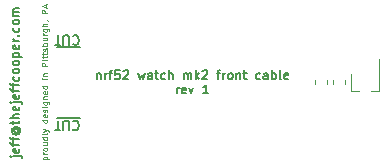
<source format=gbr>
%TF.GenerationSoftware,KiCad,Pcbnew,(5.99.0-2309-gaf729d578)*%
%TF.CreationDate,2020-08-02T15:34:59-04:00*%
%TF.ProjectId,flex,666c6578-2e6b-4696-9361-645f70636258,rev?*%
%TF.SameCoordinates,Original*%
%TF.FileFunction,Legend,Top*%
%TF.FilePolarity,Positive*%
%FSLAX46Y46*%
G04 Gerber Fmt 4.6, Leading zero omitted, Abs format (unit mm)*
G04 Created by KiCad (PCBNEW (5.99.0-2309-gaf729d578)) date 2020-08-02 15:34:59*
%MOMM*%
%LPD*%
G01*
G04 APERTURE LIST*
%ADD10C,0.125000*%
%ADD11C,0.187500*%
%ADD12C,0.150000*%
%ADD13C,0.120000*%
G04 APERTURE END LIST*
D10*
X-10107142Y-26523809D02*
X-9607142Y-26523809D01*
X-10083333Y-26523809D02*
X-10107142Y-26476190D01*
X-10107142Y-26380952D01*
X-10083333Y-26333333D01*
X-10059523Y-26309523D01*
X-10011904Y-26285714D01*
X-9869047Y-26285714D01*
X-9821428Y-26309523D01*
X-9797619Y-26333333D01*
X-9773809Y-26380952D01*
X-9773809Y-26476190D01*
X-9797619Y-26523809D01*
X-9773809Y-26071428D02*
X-10107142Y-26071428D01*
X-10011904Y-26071428D02*
X-10059523Y-26047619D01*
X-10083333Y-26023809D01*
X-10107142Y-25976190D01*
X-10107142Y-25928571D01*
X-9773809Y-25690476D02*
X-9797619Y-25738095D01*
X-9821428Y-25761904D01*
X-9869047Y-25785714D01*
X-10011904Y-25785714D01*
X-10059523Y-25761904D01*
X-10083333Y-25738095D01*
X-10107142Y-25690476D01*
X-10107142Y-25619047D01*
X-10083333Y-25571428D01*
X-10059523Y-25547619D01*
X-10011904Y-25523809D01*
X-9869047Y-25523809D01*
X-9821428Y-25547619D01*
X-9797619Y-25571428D01*
X-9773809Y-25619047D01*
X-9773809Y-25690476D01*
X-10107142Y-25095238D02*
X-9773809Y-25095238D01*
X-10107142Y-25309523D02*
X-9845238Y-25309523D01*
X-9797619Y-25285714D01*
X-9773809Y-25238095D01*
X-9773809Y-25166666D01*
X-9797619Y-25119047D01*
X-9821428Y-25095238D01*
X-9773809Y-24642857D02*
X-10273809Y-24642857D01*
X-9797619Y-24642857D02*
X-9773809Y-24690476D01*
X-9773809Y-24785714D01*
X-9797619Y-24833333D01*
X-9821428Y-24857142D01*
X-9869047Y-24880952D01*
X-10011904Y-24880952D01*
X-10059523Y-24857142D01*
X-10083333Y-24833333D01*
X-10107142Y-24785714D01*
X-10107142Y-24690476D01*
X-10083333Y-24642857D01*
X-9773809Y-24333333D02*
X-9797619Y-24380952D01*
X-9845238Y-24404761D01*
X-10273809Y-24404761D01*
X-10107142Y-24190476D02*
X-9773809Y-24071428D01*
X-10107142Y-23952380D02*
X-9773809Y-24071428D01*
X-9654761Y-24119047D01*
X-9630952Y-24142857D01*
X-9607142Y-24190476D01*
X-9773809Y-23166666D02*
X-10273809Y-23166666D01*
X-9797619Y-23166666D02*
X-9773809Y-23214285D01*
X-9773809Y-23309523D01*
X-9797619Y-23357142D01*
X-9821428Y-23380952D01*
X-9869047Y-23404761D01*
X-10011904Y-23404761D01*
X-10059523Y-23380952D01*
X-10083333Y-23357142D01*
X-10107142Y-23309523D01*
X-10107142Y-23214285D01*
X-10083333Y-23166666D01*
X-9797619Y-22738095D02*
X-9773809Y-22785714D01*
X-9773809Y-22880952D01*
X-9797619Y-22928571D01*
X-9845238Y-22952380D01*
X-10035714Y-22952380D01*
X-10083333Y-22928571D01*
X-10107142Y-22880952D01*
X-10107142Y-22785714D01*
X-10083333Y-22738095D01*
X-10035714Y-22714285D01*
X-9988095Y-22714285D01*
X-9940476Y-22952380D01*
X-9797619Y-22523809D02*
X-9773809Y-22476190D01*
X-9773809Y-22380952D01*
X-9797619Y-22333333D01*
X-9845238Y-22309523D01*
X-9869047Y-22309523D01*
X-9916666Y-22333333D01*
X-9940476Y-22380952D01*
X-9940476Y-22452380D01*
X-9964285Y-22500000D01*
X-10011904Y-22523809D01*
X-10035714Y-22523809D01*
X-10083333Y-22500000D01*
X-10107142Y-22452380D01*
X-10107142Y-22380952D01*
X-10083333Y-22333333D01*
X-9773809Y-22095238D02*
X-10107142Y-22095238D01*
X-10273809Y-22095238D02*
X-10250000Y-22119047D01*
X-10226190Y-22095238D01*
X-10250000Y-22071428D01*
X-10273809Y-22095238D01*
X-10226190Y-22095238D01*
X-10107142Y-21642857D02*
X-9702380Y-21642857D01*
X-9654761Y-21666666D01*
X-9630952Y-21690476D01*
X-9607142Y-21738095D01*
X-9607142Y-21809523D01*
X-9630952Y-21857142D01*
X-9797619Y-21642857D02*
X-9773809Y-21690476D01*
X-9773809Y-21785714D01*
X-9797619Y-21833333D01*
X-9821428Y-21857142D01*
X-9869047Y-21880952D01*
X-10011904Y-21880952D01*
X-10059523Y-21857142D01*
X-10083333Y-21833333D01*
X-10107142Y-21785714D01*
X-10107142Y-21690476D01*
X-10083333Y-21642857D01*
X-10107142Y-21404761D02*
X-9773809Y-21404761D01*
X-10059523Y-21404761D02*
X-10083333Y-21380952D01*
X-10107142Y-21333333D01*
X-10107142Y-21261904D01*
X-10083333Y-21214285D01*
X-10035714Y-21190476D01*
X-9773809Y-21190476D01*
X-9797619Y-20761904D02*
X-9773809Y-20809523D01*
X-9773809Y-20904761D01*
X-9797619Y-20952380D01*
X-9845238Y-20976190D01*
X-10035714Y-20976190D01*
X-10083333Y-20952380D01*
X-10107142Y-20904761D01*
X-10107142Y-20809523D01*
X-10083333Y-20761904D01*
X-10035714Y-20738095D01*
X-9988095Y-20738095D01*
X-9940476Y-20976190D01*
X-9773809Y-20309523D02*
X-10273809Y-20309523D01*
X-9797619Y-20309523D02*
X-9773809Y-20357142D01*
X-9773809Y-20452380D01*
X-9797619Y-20500000D01*
X-9821428Y-20523809D01*
X-9869047Y-20547619D01*
X-10011904Y-20547619D01*
X-10059523Y-20523809D01*
X-10083333Y-20500000D01*
X-10107142Y-20452380D01*
X-10107142Y-20357142D01*
X-10083333Y-20309523D01*
X-9773809Y-19690476D02*
X-10107142Y-19690476D01*
X-10273809Y-19690476D02*
X-10250000Y-19714285D01*
X-10226190Y-19690476D01*
X-10250000Y-19666666D01*
X-10273809Y-19690476D01*
X-10226190Y-19690476D01*
X-10107142Y-19452380D02*
X-9773809Y-19452380D01*
X-10059523Y-19452380D02*
X-10083333Y-19428571D01*
X-10107142Y-19380952D01*
X-10107142Y-19309523D01*
X-10083333Y-19261904D01*
X-10035714Y-19238095D01*
X-9773809Y-19238095D01*
X-9773809Y-18619047D02*
X-10273809Y-18619047D01*
X-10273809Y-18428571D01*
X-10250000Y-18380952D01*
X-10226190Y-18357142D01*
X-10178571Y-18333333D01*
X-10107142Y-18333333D01*
X-10059523Y-18357142D01*
X-10035714Y-18380952D01*
X-10011904Y-18428571D01*
X-10011904Y-18619047D01*
X-9773809Y-18119047D02*
X-10107142Y-18119047D01*
X-10273809Y-18119047D02*
X-10250000Y-18142857D01*
X-10226190Y-18119047D01*
X-10250000Y-18095238D01*
X-10273809Y-18119047D01*
X-10226190Y-18119047D01*
X-10107142Y-17952380D02*
X-10107142Y-17761904D01*
X-10273809Y-17880952D02*
X-9845238Y-17880952D01*
X-9797619Y-17857142D01*
X-9773809Y-17809523D01*
X-9773809Y-17761904D01*
X-10107142Y-17666666D02*
X-10107142Y-17476190D01*
X-10273809Y-17595238D02*
X-9845238Y-17595238D01*
X-9797619Y-17571428D01*
X-9773809Y-17523809D01*
X-9773809Y-17476190D01*
X-9797619Y-17333333D02*
X-9773809Y-17285714D01*
X-9773809Y-17190476D01*
X-9797619Y-17142857D01*
X-9845238Y-17119047D01*
X-9869047Y-17119047D01*
X-9916666Y-17142857D01*
X-9940476Y-17190476D01*
X-9940476Y-17261904D01*
X-9964285Y-17309523D01*
X-10011904Y-17333333D01*
X-10035714Y-17333333D01*
X-10083333Y-17309523D01*
X-10107142Y-17261904D01*
X-10107142Y-17190476D01*
X-10083333Y-17142857D01*
X-9773809Y-16904761D02*
X-10273809Y-16904761D01*
X-10083333Y-16904761D02*
X-10107142Y-16857142D01*
X-10107142Y-16761904D01*
X-10083333Y-16714285D01*
X-10059523Y-16690476D01*
X-10011904Y-16666666D01*
X-9869047Y-16666666D01*
X-9821428Y-16690476D01*
X-9797619Y-16714285D01*
X-9773809Y-16761904D01*
X-9773809Y-16857142D01*
X-9797619Y-16904761D01*
X-10107142Y-16238095D02*
X-9773809Y-16238095D01*
X-10107142Y-16452380D02*
X-9845238Y-16452380D01*
X-9797619Y-16428571D01*
X-9773809Y-16380952D01*
X-9773809Y-16309523D01*
X-9797619Y-16261904D01*
X-9821428Y-16238095D01*
X-9773809Y-16000000D02*
X-10107142Y-16000000D01*
X-10011904Y-16000000D02*
X-10059523Y-15976190D01*
X-10083333Y-15952380D01*
X-10107142Y-15904761D01*
X-10107142Y-15857142D01*
X-10107142Y-15476190D02*
X-9702380Y-15476190D01*
X-9654761Y-15500000D01*
X-9630952Y-15523809D01*
X-9607142Y-15571428D01*
X-9607142Y-15642857D01*
X-9630952Y-15690476D01*
X-9797619Y-15476190D02*
X-9773809Y-15523809D01*
X-9773809Y-15619047D01*
X-9797619Y-15666666D01*
X-9821428Y-15690476D01*
X-9869047Y-15714285D01*
X-10011904Y-15714285D01*
X-10059523Y-15690476D01*
X-10083333Y-15666666D01*
X-10107142Y-15619047D01*
X-10107142Y-15523809D01*
X-10083333Y-15476190D01*
X-9773809Y-15238095D02*
X-10273809Y-15238095D01*
X-9773809Y-15023809D02*
X-10035714Y-15023809D01*
X-10083333Y-15047619D01*
X-10107142Y-15095238D01*
X-10107142Y-15166666D01*
X-10083333Y-15214285D01*
X-10059523Y-15238095D01*
X-9797619Y-14761904D02*
X-9773809Y-14761904D01*
X-9726190Y-14785714D01*
X-9702380Y-14809523D01*
X-9773809Y-14166666D02*
X-10273809Y-14166666D01*
X-10273809Y-13976190D01*
X-10250000Y-13928571D01*
X-10226190Y-13904761D01*
X-10178571Y-13880952D01*
X-10107142Y-13880952D01*
X-10059523Y-13904761D01*
X-10035714Y-13928571D01*
X-10011904Y-13976190D01*
X-10011904Y-14166666D01*
X-9916666Y-13690476D02*
X-9916666Y-13452380D01*
X-9773809Y-13738095D02*
X-10273809Y-13571428D01*
X-9773809Y-13404761D01*
D11*
X-12660714Y-26267857D02*
X-12017857Y-26267857D01*
X-11946428Y-26303571D01*
X-11910714Y-26375000D01*
X-11910714Y-26410714D01*
X-12910714Y-26267857D02*
X-12875000Y-26303571D01*
X-12839285Y-26267857D01*
X-12875000Y-26232142D01*
X-12910714Y-26267857D01*
X-12839285Y-26267857D01*
X-12196428Y-25625000D02*
X-12160714Y-25696428D01*
X-12160714Y-25839285D01*
X-12196428Y-25910714D01*
X-12267857Y-25946428D01*
X-12553571Y-25946428D01*
X-12625000Y-25910714D01*
X-12660714Y-25839285D01*
X-12660714Y-25696428D01*
X-12625000Y-25625000D01*
X-12553571Y-25589285D01*
X-12482142Y-25589285D01*
X-12410714Y-25946428D01*
X-12660714Y-25375000D02*
X-12660714Y-25089285D01*
X-12160714Y-25267857D02*
X-12803571Y-25267857D01*
X-12875000Y-25232142D01*
X-12910714Y-25160714D01*
X-12910714Y-25089285D01*
X-12660714Y-24946428D02*
X-12660714Y-24660714D01*
X-12160714Y-24839285D02*
X-12803571Y-24839285D01*
X-12875000Y-24803571D01*
X-12910714Y-24732142D01*
X-12910714Y-24660714D01*
X-12517857Y-23946428D02*
X-12553571Y-23982142D01*
X-12589285Y-24053571D01*
X-12589285Y-24125000D01*
X-12553571Y-24196428D01*
X-12517857Y-24232142D01*
X-12446428Y-24267857D01*
X-12375000Y-24267857D01*
X-12303571Y-24232142D01*
X-12267857Y-24196428D01*
X-12232142Y-24125000D01*
X-12232142Y-24053571D01*
X-12267857Y-23982142D01*
X-12303571Y-23946428D01*
X-12589285Y-23946428D02*
X-12303571Y-23946428D01*
X-12267857Y-23910714D01*
X-12267857Y-23875000D01*
X-12303571Y-23803571D01*
X-12375000Y-23767857D01*
X-12553571Y-23767857D01*
X-12660714Y-23839285D01*
X-12732142Y-23946428D01*
X-12767857Y-24089285D01*
X-12732142Y-24232142D01*
X-12660714Y-24339285D01*
X-12553571Y-24410714D01*
X-12410714Y-24446428D01*
X-12267857Y-24410714D01*
X-12160714Y-24339285D01*
X-12089285Y-24232142D01*
X-12053571Y-24089285D01*
X-12089285Y-23946428D01*
X-12160714Y-23839285D01*
X-12660714Y-23553571D02*
X-12660714Y-23267857D01*
X-12910714Y-23446428D02*
X-12267857Y-23446428D01*
X-12196428Y-23410714D01*
X-12160714Y-23339285D01*
X-12160714Y-23267857D01*
X-12160714Y-23017857D02*
X-12910714Y-23017857D01*
X-12160714Y-22696428D02*
X-12553571Y-22696428D01*
X-12625000Y-22732142D01*
X-12660714Y-22803571D01*
X-12660714Y-22910714D01*
X-12625000Y-22982142D01*
X-12589285Y-23017857D01*
X-12196428Y-22053571D02*
X-12160714Y-22125000D01*
X-12160714Y-22267857D01*
X-12196428Y-22339285D01*
X-12267857Y-22375000D01*
X-12553571Y-22375000D01*
X-12625000Y-22339285D01*
X-12660714Y-22267857D01*
X-12660714Y-22125000D01*
X-12625000Y-22053571D01*
X-12553571Y-22017857D01*
X-12482142Y-22017857D01*
X-12410714Y-22375000D01*
X-12660714Y-21696428D02*
X-12017857Y-21696428D01*
X-11946428Y-21732142D01*
X-11910714Y-21803571D01*
X-11910714Y-21839285D01*
X-12910714Y-21696428D02*
X-12875000Y-21732142D01*
X-12839285Y-21696428D01*
X-12875000Y-21660714D01*
X-12910714Y-21696428D01*
X-12839285Y-21696428D01*
X-12196428Y-21053571D02*
X-12160714Y-21125000D01*
X-12160714Y-21267857D01*
X-12196428Y-21339285D01*
X-12267857Y-21375000D01*
X-12553571Y-21375000D01*
X-12625000Y-21339285D01*
X-12660714Y-21267857D01*
X-12660714Y-21125000D01*
X-12625000Y-21053571D01*
X-12553571Y-21017857D01*
X-12482142Y-21017857D01*
X-12410714Y-21375000D01*
X-12660714Y-20803571D02*
X-12660714Y-20517857D01*
X-12160714Y-20696428D02*
X-12803571Y-20696428D01*
X-12875000Y-20660714D01*
X-12910714Y-20589285D01*
X-12910714Y-20517857D01*
X-12660714Y-20375000D02*
X-12660714Y-20089285D01*
X-12160714Y-20267857D02*
X-12803571Y-20267857D01*
X-12875000Y-20232142D01*
X-12910714Y-20160714D01*
X-12910714Y-20089285D01*
X-12196428Y-19517857D02*
X-12160714Y-19589285D01*
X-12160714Y-19732142D01*
X-12196428Y-19803571D01*
X-12232142Y-19839285D01*
X-12303571Y-19875000D01*
X-12517857Y-19875000D01*
X-12589285Y-19839285D01*
X-12625000Y-19803571D01*
X-12660714Y-19732142D01*
X-12660714Y-19589285D01*
X-12625000Y-19517857D01*
X-12160714Y-19089285D02*
X-12196428Y-19160714D01*
X-12232142Y-19196428D01*
X-12303571Y-19232142D01*
X-12517857Y-19232142D01*
X-12589285Y-19196428D01*
X-12625000Y-19160714D01*
X-12660714Y-19089285D01*
X-12660714Y-18982142D01*
X-12625000Y-18910714D01*
X-12589285Y-18875000D01*
X-12517857Y-18839285D01*
X-12303571Y-18839285D01*
X-12232142Y-18875000D01*
X-12196428Y-18910714D01*
X-12160714Y-18982142D01*
X-12160714Y-19089285D01*
X-12160714Y-18410714D02*
X-12196428Y-18482142D01*
X-12232142Y-18517857D01*
X-12303571Y-18553571D01*
X-12517857Y-18553571D01*
X-12589285Y-18517857D01*
X-12625000Y-18482142D01*
X-12660714Y-18410714D01*
X-12660714Y-18303571D01*
X-12625000Y-18232142D01*
X-12589285Y-18196428D01*
X-12517857Y-18160714D01*
X-12303571Y-18160714D01*
X-12232142Y-18196428D01*
X-12196428Y-18232142D01*
X-12160714Y-18303571D01*
X-12160714Y-18410714D01*
X-12660714Y-17839285D02*
X-11910714Y-17839285D01*
X-12625000Y-17839285D02*
X-12660714Y-17767857D01*
X-12660714Y-17625000D01*
X-12625000Y-17553571D01*
X-12589285Y-17517857D01*
X-12517857Y-17482142D01*
X-12303571Y-17482142D01*
X-12232142Y-17517857D01*
X-12196428Y-17553571D01*
X-12160714Y-17625000D01*
X-12160714Y-17767857D01*
X-12196428Y-17839285D01*
X-12196428Y-16875000D02*
X-12160714Y-16946428D01*
X-12160714Y-17089285D01*
X-12196428Y-17160714D01*
X-12267857Y-17196428D01*
X-12553571Y-17196428D01*
X-12625000Y-17160714D01*
X-12660714Y-17089285D01*
X-12660714Y-16946428D01*
X-12625000Y-16875000D01*
X-12553571Y-16839285D01*
X-12482142Y-16839285D01*
X-12410714Y-17196428D01*
X-12160714Y-16517857D02*
X-12660714Y-16517857D01*
X-12517857Y-16517857D02*
X-12589285Y-16482142D01*
X-12625000Y-16446428D01*
X-12660714Y-16375000D01*
X-12660714Y-16303571D01*
X-12232142Y-16053571D02*
X-12196428Y-16017857D01*
X-12160714Y-16053571D01*
X-12196428Y-16089285D01*
X-12232142Y-16053571D01*
X-12160714Y-16053571D01*
X-12196428Y-15375000D02*
X-12160714Y-15446428D01*
X-12160714Y-15589285D01*
X-12196428Y-15660714D01*
X-12232142Y-15696428D01*
X-12303571Y-15732142D01*
X-12517857Y-15732142D01*
X-12589285Y-15696428D01*
X-12625000Y-15660714D01*
X-12660714Y-15589285D01*
X-12660714Y-15446428D01*
X-12625000Y-15375000D01*
X-12160714Y-14946428D02*
X-12196428Y-15017857D01*
X-12232142Y-15053571D01*
X-12303571Y-15089285D01*
X-12517857Y-15089285D01*
X-12589285Y-15053571D01*
X-12625000Y-15017857D01*
X-12660714Y-14946428D01*
X-12660714Y-14839285D01*
X-12625000Y-14767857D01*
X-12589285Y-14732142D01*
X-12517857Y-14696428D01*
X-12303571Y-14696428D01*
X-12232142Y-14732142D01*
X-12196428Y-14767857D01*
X-12160714Y-14839285D01*
X-12160714Y-14946428D01*
X-12160714Y-14374999D02*
X-12660714Y-14374999D01*
X-12589285Y-14374999D02*
X-12625000Y-14339285D01*
X-12660714Y-14267857D01*
X-12660714Y-14160714D01*
X-12625000Y-14089285D01*
X-12553571Y-14053571D01*
X-12160714Y-14053571D01*
X-12553571Y-14053571D02*
X-12625000Y-14017857D01*
X-12660714Y-13946428D01*
X-12660714Y-13839285D01*
X-12625000Y-13767857D01*
X-12553571Y-13732142D01*
X-12160714Y-13732142D01*
X-5589285Y-19235535D02*
X-5589285Y-19735535D01*
X-5589285Y-19306964D02*
X-5553571Y-19271250D01*
X-5482142Y-19235535D01*
X-5375000Y-19235535D01*
X-5303571Y-19271250D01*
X-5267857Y-19342678D01*
X-5267857Y-19735535D01*
X-4910714Y-19735535D02*
X-4910714Y-19235535D01*
X-4910714Y-19378392D02*
X-4875000Y-19306964D01*
X-4839285Y-19271250D01*
X-4767857Y-19235535D01*
X-4696428Y-19235535D01*
X-4553571Y-19235535D02*
X-4267857Y-19235535D01*
X-4446428Y-19735535D02*
X-4446428Y-19092678D01*
X-4410714Y-19021250D01*
X-4339285Y-18985535D01*
X-4267857Y-18985535D01*
X-3660714Y-18985535D02*
X-4017857Y-18985535D01*
X-4053571Y-19342678D01*
X-4017857Y-19306964D01*
X-3946428Y-19271250D01*
X-3767857Y-19271250D01*
X-3696428Y-19306964D01*
X-3660714Y-19342678D01*
X-3625000Y-19414107D01*
X-3625000Y-19592678D01*
X-3660714Y-19664107D01*
X-3696428Y-19699821D01*
X-3767857Y-19735535D01*
X-3946428Y-19735535D01*
X-4017857Y-19699821D01*
X-4053571Y-19664107D01*
X-3339285Y-19056964D02*
X-3303571Y-19021250D01*
X-3232142Y-18985535D01*
X-3053571Y-18985535D01*
X-2982142Y-19021250D01*
X-2946428Y-19056964D01*
X-2910714Y-19128392D01*
X-2910714Y-19199821D01*
X-2946428Y-19306964D01*
X-3375000Y-19735535D01*
X-2910714Y-19735535D01*
X-2089285Y-19235535D02*
X-1946428Y-19735535D01*
X-1803571Y-19378392D01*
X-1660714Y-19735535D01*
X-1517857Y-19235535D01*
X-910714Y-19735535D02*
X-910714Y-19342678D01*
X-946428Y-19271250D01*
X-1017857Y-19235535D01*
X-1160714Y-19235535D01*
X-1232142Y-19271250D01*
X-910714Y-19699821D02*
X-982142Y-19735535D01*
X-1160714Y-19735535D01*
X-1232142Y-19699821D01*
X-1267857Y-19628392D01*
X-1267857Y-19556964D01*
X-1232142Y-19485535D01*
X-1160714Y-19449821D01*
X-982142Y-19449821D01*
X-910714Y-19414107D01*
X-660714Y-19235535D02*
X-375000Y-19235535D01*
X-553571Y-18985535D02*
X-553571Y-19628392D01*
X-517857Y-19699821D01*
X-446428Y-19735535D01*
X-375000Y-19735535D01*
X196428Y-19699821D02*
X124999Y-19735535D01*
X-17857Y-19735535D01*
X-89285Y-19699821D01*
X-125000Y-19664107D01*
X-160714Y-19592678D01*
X-160714Y-19378392D01*
X-125000Y-19306964D01*
X-89285Y-19271250D01*
X-17857Y-19235535D01*
X124999Y-19235535D01*
X196428Y-19271250D01*
X517857Y-19735535D02*
X517857Y-18985535D01*
X839285Y-19735535D02*
X839285Y-19342678D01*
X803571Y-19271250D01*
X732142Y-19235535D01*
X624999Y-19235535D01*
X553571Y-19271250D01*
X517857Y-19306964D01*
X1767857Y-19735535D02*
X1767857Y-19235535D01*
X1767857Y-19306964D02*
X1803571Y-19271250D01*
X1874999Y-19235535D01*
X1982142Y-19235535D01*
X2053571Y-19271250D01*
X2089285Y-19342678D01*
X2089285Y-19735535D01*
X2089285Y-19342678D02*
X2124999Y-19271250D01*
X2196428Y-19235535D01*
X2303571Y-19235535D01*
X2374999Y-19271250D01*
X2410714Y-19342678D01*
X2410714Y-19735535D01*
X2767857Y-19735535D02*
X2767857Y-18985535D01*
X2839285Y-19449821D02*
X3053571Y-19735535D01*
X3053571Y-19235535D02*
X2767857Y-19521250D01*
X3339285Y-19056964D02*
X3374999Y-19021250D01*
X3446428Y-18985535D01*
X3624999Y-18985535D01*
X3696428Y-19021250D01*
X3732142Y-19056964D01*
X3767857Y-19128392D01*
X3767857Y-19199821D01*
X3732142Y-19306964D01*
X3303571Y-19735535D01*
X3767857Y-19735535D01*
X4553571Y-19235535D02*
X4839285Y-19235535D01*
X4660714Y-19735535D02*
X4660714Y-19092678D01*
X4696428Y-19021250D01*
X4767857Y-18985535D01*
X4839285Y-18985535D01*
X5089285Y-19735535D02*
X5089285Y-19235535D01*
X5089285Y-19378392D02*
X5124999Y-19306964D01*
X5160714Y-19271250D01*
X5232142Y-19235535D01*
X5303571Y-19235535D01*
X5660714Y-19735535D02*
X5589285Y-19699821D01*
X5553571Y-19664107D01*
X5517857Y-19592678D01*
X5517857Y-19378392D01*
X5553571Y-19306964D01*
X5589285Y-19271250D01*
X5660714Y-19235535D01*
X5767857Y-19235535D01*
X5839285Y-19271250D01*
X5874999Y-19306964D01*
X5910714Y-19378392D01*
X5910714Y-19592678D01*
X5874999Y-19664107D01*
X5839285Y-19699821D01*
X5767857Y-19735535D01*
X5660714Y-19735535D01*
X6232142Y-19235535D02*
X6232142Y-19735535D01*
X6232142Y-19306964D02*
X6267857Y-19271250D01*
X6339285Y-19235535D01*
X6446428Y-19235535D01*
X6517857Y-19271250D01*
X6553571Y-19342678D01*
X6553571Y-19735535D01*
X6803571Y-19235535D02*
X7089285Y-19235535D01*
X6910714Y-18985535D02*
X6910714Y-19628392D01*
X6946428Y-19699821D01*
X7017857Y-19735535D01*
X7089285Y-19735535D01*
X8232142Y-19699821D02*
X8160714Y-19735535D01*
X8017857Y-19735535D01*
X7946428Y-19699821D01*
X7910714Y-19664107D01*
X7874999Y-19592678D01*
X7874999Y-19378392D01*
X7910714Y-19306964D01*
X7946428Y-19271250D01*
X8017857Y-19235535D01*
X8160714Y-19235535D01*
X8232142Y-19271250D01*
X8874999Y-19735535D02*
X8874999Y-19342678D01*
X8839285Y-19271250D01*
X8767857Y-19235535D01*
X8624999Y-19235535D01*
X8553571Y-19271250D01*
X8874999Y-19699821D02*
X8803571Y-19735535D01*
X8624999Y-19735535D01*
X8553571Y-19699821D01*
X8517857Y-19628392D01*
X8517857Y-19556964D01*
X8553571Y-19485535D01*
X8624999Y-19449821D01*
X8803571Y-19449821D01*
X8874999Y-19414107D01*
X9232142Y-19735535D02*
X9232142Y-18985535D01*
X9232142Y-19271250D02*
X9303571Y-19235535D01*
X9446428Y-19235535D01*
X9517857Y-19271250D01*
X9553571Y-19306964D01*
X9589285Y-19378392D01*
X9589285Y-19592678D01*
X9553571Y-19664107D01*
X9517857Y-19699821D01*
X9446428Y-19735535D01*
X9303571Y-19735535D01*
X9232142Y-19699821D01*
X10017857Y-19735535D02*
X9946428Y-19699821D01*
X9910714Y-19628392D01*
X9910714Y-18985535D01*
X10589285Y-19699821D02*
X10517857Y-19735535D01*
X10374999Y-19735535D01*
X10303571Y-19699821D01*
X10267857Y-19628392D01*
X10267857Y-19342678D01*
X10303571Y-19271250D01*
X10374999Y-19235535D01*
X10517857Y-19235535D01*
X10589285Y-19271250D01*
X10624999Y-19342678D01*
X10624999Y-19414107D01*
X10267857Y-19485535D01*
X1196428Y-20943035D02*
X1196428Y-20443035D01*
X1196428Y-20585892D02*
X1232142Y-20514464D01*
X1267857Y-20478750D01*
X1339285Y-20443035D01*
X1410714Y-20443035D01*
X1946428Y-20907321D02*
X1874999Y-20943035D01*
X1732142Y-20943035D01*
X1660714Y-20907321D01*
X1625000Y-20835892D01*
X1625000Y-20550178D01*
X1660714Y-20478750D01*
X1732142Y-20443035D01*
X1874999Y-20443035D01*
X1946428Y-20478750D01*
X1982142Y-20550178D01*
X1982142Y-20621607D01*
X1625000Y-20693035D01*
X2232142Y-20443035D02*
X2410714Y-20943035D01*
X2589285Y-20443035D01*
X3839285Y-20943035D02*
X3410714Y-20943035D01*
X3625000Y-20943035D02*
X3625000Y-20193035D01*
X3553571Y-20300178D01*
X3482142Y-20371607D01*
X3410714Y-20407321D01*
D12*
X-7623809Y-23314285D02*
X-7585714Y-23276190D01*
X-7471428Y-23238095D01*
X-7395238Y-23238095D01*
X-7280952Y-23276190D01*
X-7204761Y-23352380D01*
X-7166666Y-23428571D01*
X-7128571Y-23580952D01*
X-7128571Y-23695238D01*
X-7166666Y-23847619D01*
X-7204761Y-23923809D01*
X-7280952Y-24000000D01*
X-7395238Y-24038095D01*
X-7471428Y-24038095D01*
X-7585714Y-24000000D01*
X-7623809Y-23961904D01*
X-7966666Y-24038095D02*
X-7966666Y-23390476D01*
X-8004761Y-23314285D01*
X-8042857Y-23276190D01*
X-8119047Y-23238095D01*
X-8271428Y-23238095D01*
X-8347619Y-23276190D01*
X-8385714Y-23314285D01*
X-8423809Y-23390476D01*
X-8423809Y-24038095D01*
X-8690476Y-24038095D02*
X-9147619Y-24038095D01*
X-8919047Y-23238095D02*
X-8919047Y-24038095D01*
X-7623809Y-16114285D02*
X-7585714Y-16076190D01*
X-7471428Y-16038095D01*
X-7395238Y-16038095D01*
X-7280952Y-16076190D01*
X-7204761Y-16152380D01*
X-7166666Y-16228571D01*
X-7128571Y-16380952D01*
X-7128571Y-16495238D01*
X-7166666Y-16647619D01*
X-7204761Y-16723809D01*
X-7280952Y-16800000D01*
X-7395238Y-16838095D01*
X-7471428Y-16838095D01*
X-7585714Y-16800000D01*
X-7623809Y-16761904D01*
X-7966666Y-16838095D02*
X-7966666Y-16190476D01*
X-8004761Y-16114285D01*
X-8042857Y-16076190D01*
X-8119047Y-16038095D01*
X-8271428Y-16038095D01*
X-8347619Y-16076190D01*
X-8385714Y-16114285D01*
X-8423809Y-16190476D01*
X-8423809Y-16838095D01*
X-8690476Y-16838095D02*
X-9147619Y-16838095D01*
X-8919047Y-16038095D02*
X-8919047Y-16838095D01*
X-7000000Y-17000000D02*
X-9000000Y-17000000D01*
X-7000000Y-23000000D02*
X-9000000Y-23000000D01*
D13*
%TO.C,R2*%
X12890000Y-19828733D02*
X12890000Y-20171267D01*
X13910000Y-19828733D02*
X13910000Y-20171267D01*
%TO.C,R1*%
X14390000Y-19828733D02*
X14390000Y-20171267D01*
X15410000Y-19828733D02*
X15410000Y-20171267D01*
%TO.C,Q1*%
X15940000Y-19325000D02*
X15940000Y-20735000D01*
X18260000Y-20735000D02*
X18260000Y-18000000D01*
X18270000Y-20735000D02*
X17600000Y-20735000D01*
X16600000Y-20735000D02*
X15940000Y-20735000D01*
%TD*%
M02*

</source>
